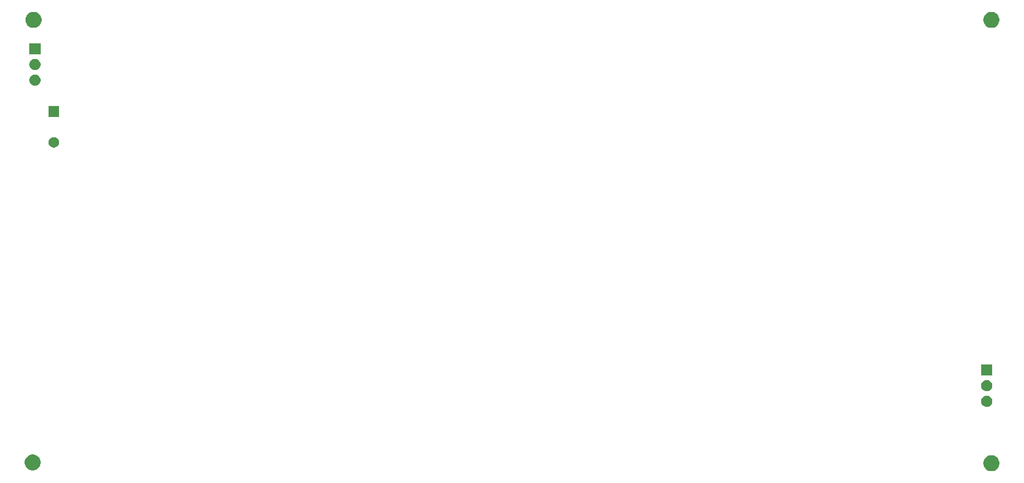
<source format=gbr>
G04 #@! TF.GenerationSoftware,KiCad,Pcbnew,(5.1.5-0-10_14)*
G04 #@! TF.CreationDate,2020-01-02T14:17:50-08:00*
G04 #@! TF.ProjectId,SpectrumAnalyzer,53706563-7472-4756-9d41-6e616c797a65,rev?*
G04 #@! TF.SameCoordinates,Original*
G04 #@! TF.FileFunction,Soldermask,Bot*
G04 #@! TF.FilePolarity,Negative*
%FSLAX46Y46*%
G04 Gerber Fmt 4.6, Leading zero omitted, Abs format (unit mm)*
G04 Created by KiCad (PCBNEW (5.1.5-0-10_14)) date 2020-01-02 14:17:50*
%MOMM*%
%LPD*%
G04 APERTURE LIST*
%ADD10C,0.100000*%
G04 APERTURE END LIST*
D10*
G36*
X220978487Y-148481996D02*
G01*
X221215253Y-148580068D01*
X221215255Y-148580069D01*
X221428339Y-148722447D01*
X221609553Y-148903661D01*
X221751932Y-149116747D01*
X221850004Y-149353513D01*
X221900000Y-149604861D01*
X221900000Y-149861139D01*
X221850004Y-150112487D01*
X221804537Y-150222253D01*
X221751931Y-150349255D01*
X221609553Y-150562339D01*
X221428339Y-150743553D01*
X221215255Y-150885931D01*
X221215254Y-150885932D01*
X221215253Y-150885932D01*
X220978487Y-150984004D01*
X220727139Y-151034000D01*
X220470861Y-151034000D01*
X220219513Y-150984004D01*
X219982747Y-150885932D01*
X219982746Y-150885932D01*
X219982745Y-150885931D01*
X219769661Y-150743553D01*
X219588447Y-150562339D01*
X219446069Y-150349255D01*
X219393463Y-150222253D01*
X219347996Y-150112487D01*
X219298000Y-149861139D01*
X219298000Y-149604861D01*
X219347996Y-149353513D01*
X219446068Y-149116747D01*
X219588447Y-148903661D01*
X219769661Y-148722447D01*
X219982745Y-148580069D01*
X219982747Y-148580068D01*
X220219513Y-148481996D01*
X220470861Y-148432000D01*
X220727139Y-148432000D01*
X220978487Y-148481996D01*
G37*
G36*
X65530487Y-148354996D02*
G01*
X65767253Y-148453068D01*
X65767255Y-148453069D01*
X65980339Y-148595447D01*
X66161553Y-148776661D01*
X66246412Y-148903661D01*
X66303932Y-148989747D01*
X66402004Y-149226513D01*
X66452000Y-149477861D01*
X66452000Y-149734139D01*
X66402004Y-149985487D01*
X66349398Y-150112488D01*
X66303931Y-150222255D01*
X66161553Y-150435339D01*
X65980339Y-150616553D01*
X65767255Y-150758931D01*
X65767254Y-150758932D01*
X65767253Y-150758932D01*
X65530487Y-150857004D01*
X65279139Y-150907000D01*
X65022861Y-150907000D01*
X64771513Y-150857004D01*
X64534747Y-150758932D01*
X64534746Y-150758932D01*
X64534745Y-150758931D01*
X64321661Y-150616553D01*
X64140447Y-150435339D01*
X63998069Y-150222255D01*
X63952602Y-150112488D01*
X63899996Y-149985487D01*
X63850000Y-149734139D01*
X63850000Y-149477861D01*
X63899996Y-149226513D01*
X63998068Y-148989747D01*
X64055589Y-148903661D01*
X64140447Y-148776661D01*
X64321661Y-148595447D01*
X64534745Y-148453069D01*
X64534747Y-148453068D01*
X64771513Y-148354996D01*
X65022861Y-148305000D01*
X65279139Y-148305000D01*
X65530487Y-148354996D01*
G37*
G36*
X219950512Y-138803927D02*
G01*
X220099812Y-138833624D01*
X220263784Y-138901544D01*
X220411354Y-139000147D01*
X220536853Y-139125646D01*
X220635456Y-139273216D01*
X220703376Y-139437188D01*
X220738000Y-139611259D01*
X220738000Y-139788741D01*
X220703376Y-139962812D01*
X220635456Y-140126784D01*
X220536853Y-140274354D01*
X220411354Y-140399853D01*
X220263784Y-140498456D01*
X220099812Y-140566376D01*
X219950512Y-140596073D01*
X219925742Y-140601000D01*
X219748258Y-140601000D01*
X219723488Y-140596073D01*
X219574188Y-140566376D01*
X219410216Y-140498456D01*
X219262646Y-140399853D01*
X219137147Y-140274354D01*
X219038544Y-140126784D01*
X218970624Y-139962812D01*
X218936000Y-139788741D01*
X218936000Y-139611259D01*
X218970624Y-139437188D01*
X219038544Y-139273216D01*
X219137147Y-139125646D01*
X219262646Y-139000147D01*
X219410216Y-138901544D01*
X219574188Y-138833624D01*
X219723488Y-138803927D01*
X219748258Y-138799000D01*
X219925742Y-138799000D01*
X219950512Y-138803927D01*
G37*
G36*
X219950512Y-136263927D02*
G01*
X220099812Y-136293624D01*
X220263784Y-136361544D01*
X220411354Y-136460147D01*
X220536853Y-136585646D01*
X220635456Y-136733216D01*
X220703376Y-136897188D01*
X220738000Y-137071259D01*
X220738000Y-137248741D01*
X220703376Y-137422812D01*
X220635456Y-137586784D01*
X220536853Y-137734354D01*
X220411354Y-137859853D01*
X220263784Y-137958456D01*
X220099812Y-138026376D01*
X219950512Y-138056073D01*
X219925742Y-138061000D01*
X219748258Y-138061000D01*
X219723488Y-138056073D01*
X219574188Y-138026376D01*
X219410216Y-137958456D01*
X219262646Y-137859853D01*
X219137147Y-137734354D01*
X219038544Y-137586784D01*
X218970624Y-137422812D01*
X218936000Y-137248741D01*
X218936000Y-137071259D01*
X218970624Y-136897188D01*
X219038544Y-136733216D01*
X219137147Y-136585646D01*
X219262646Y-136460147D01*
X219410216Y-136361544D01*
X219574188Y-136293624D01*
X219723488Y-136263927D01*
X219748258Y-136259000D01*
X219925742Y-136259000D01*
X219950512Y-136263927D01*
G37*
G36*
X220738000Y-135521000D02*
G01*
X218936000Y-135521000D01*
X218936000Y-133719000D01*
X220738000Y-133719000D01*
X220738000Y-135521000D01*
G37*
G36*
X68828228Y-96891703D02*
G01*
X68983100Y-96955853D01*
X69122481Y-97048985D01*
X69241015Y-97167519D01*
X69334147Y-97306900D01*
X69398297Y-97461772D01*
X69431000Y-97626184D01*
X69431000Y-97793816D01*
X69398297Y-97958228D01*
X69334147Y-98113100D01*
X69241015Y-98252481D01*
X69122481Y-98371015D01*
X68983100Y-98464147D01*
X68828228Y-98528297D01*
X68663816Y-98561000D01*
X68496184Y-98561000D01*
X68331772Y-98528297D01*
X68176900Y-98464147D01*
X68037519Y-98371015D01*
X67918985Y-98252481D01*
X67825853Y-98113100D01*
X67761703Y-97958228D01*
X67729000Y-97793816D01*
X67729000Y-97626184D01*
X67761703Y-97461772D01*
X67825853Y-97306900D01*
X67918985Y-97167519D01*
X68037519Y-97048985D01*
X68176900Y-96955853D01*
X68331772Y-96891703D01*
X68496184Y-96859000D01*
X68663816Y-96859000D01*
X68828228Y-96891703D01*
G37*
G36*
X69431000Y-93561000D02*
G01*
X67729000Y-93561000D01*
X67729000Y-91859000D01*
X69431000Y-91859000D01*
X69431000Y-93561000D01*
G37*
G36*
X65620112Y-86733927D02*
G01*
X65769412Y-86763624D01*
X65933384Y-86831544D01*
X66080954Y-86930147D01*
X66206453Y-87055646D01*
X66305056Y-87203216D01*
X66372976Y-87367188D01*
X66407600Y-87541259D01*
X66407600Y-87718741D01*
X66372976Y-87892812D01*
X66305056Y-88056784D01*
X66206453Y-88204354D01*
X66080954Y-88329853D01*
X65933384Y-88428456D01*
X65769412Y-88496376D01*
X65620112Y-88526073D01*
X65595342Y-88531000D01*
X65417858Y-88531000D01*
X65393088Y-88526073D01*
X65243788Y-88496376D01*
X65079816Y-88428456D01*
X64932246Y-88329853D01*
X64806747Y-88204354D01*
X64708144Y-88056784D01*
X64640224Y-87892812D01*
X64605600Y-87718741D01*
X64605600Y-87541259D01*
X64640224Y-87367188D01*
X64708144Y-87203216D01*
X64806747Y-87055646D01*
X64932246Y-86930147D01*
X65079816Y-86831544D01*
X65243788Y-86763624D01*
X65393088Y-86733927D01*
X65417858Y-86729000D01*
X65595342Y-86729000D01*
X65620112Y-86733927D01*
G37*
G36*
X65620112Y-84193927D02*
G01*
X65769412Y-84223624D01*
X65933384Y-84291544D01*
X66080954Y-84390147D01*
X66206453Y-84515646D01*
X66305056Y-84663216D01*
X66372976Y-84827188D01*
X66407600Y-85001259D01*
X66407600Y-85178741D01*
X66372976Y-85352812D01*
X66305056Y-85516784D01*
X66206453Y-85664354D01*
X66080954Y-85789853D01*
X65933384Y-85888456D01*
X65769412Y-85956376D01*
X65620112Y-85986073D01*
X65595342Y-85991000D01*
X65417858Y-85991000D01*
X65393088Y-85986073D01*
X65243788Y-85956376D01*
X65079816Y-85888456D01*
X64932246Y-85789853D01*
X64806747Y-85664354D01*
X64708144Y-85516784D01*
X64640224Y-85352812D01*
X64605600Y-85178741D01*
X64605600Y-85001259D01*
X64640224Y-84827188D01*
X64708144Y-84663216D01*
X64806747Y-84515646D01*
X64932246Y-84390147D01*
X65079816Y-84291544D01*
X65243788Y-84223624D01*
X65393088Y-84193927D01*
X65417858Y-84189000D01*
X65595342Y-84189000D01*
X65620112Y-84193927D01*
G37*
G36*
X66407600Y-83451000D02*
G01*
X64605600Y-83451000D01*
X64605600Y-81649000D01*
X66407600Y-81649000D01*
X66407600Y-83451000D01*
G37*
G36*
X220978487Y-76599996D02*
G01*
X221215253Y-76698068D01*
X221215255Y-76698069D01*
X221428339Y-76840447D01*
X221609553Y-77021661D01*
X221751932Y-77234747D01*
X221850004Y-77471513D01*
X221900000Y-77722861D01*
X221900000Y-77979139D01*
X221850004Y-78230487D01*
X221751932Y-78467253D01*
X221751931Y-78467255D01*
X221609553Y-78680339D01*
X221428339Y-78861553D01*
X221215255Y-79003931D01*
X221215254Y-79003932D01*
X221215253Y-79003932D01*
X220978487Y-79102004D01*
X220727139Y-79152000D01*
X220470861Y-79152000D01*
X220219513Y-79102004D01*
X219982747Y-79003932D01*
X219982746Y-79003932D01*
X219982745Y-79003931D01*
X219769661Y-78861553D01*
X219588447Y-78680339D01*
X219446069Y-78467255D01*
X219446068Y-78467253D01*
X219347996Y-78230487D01*
X219298000Y-77979139D01*
X219298000Y-77722861D01*
X219347996Y-77471513D01*
X219446068Y-77234747D01*
X219588447Y-77021661D01*
X219769661Y-76840447D01*
X219982745Y-76698069D01*
X219982747Y-76698068D01*
X220219513Y-76599996D01*
X220470861Y-76550000D01*
X220727139Y-76550000D01*
X220978487Y-76599996D01*
G37*
G36*
X65657487Y-76599996D02*
G01*
X65894253Y-76698068D01*
X65894255Y-76698069D01*
X66107339Y-76840447D01*
X66288553Y-77021661D01*
X66430932Y-77234747D01*
X66529004Y-77471513D01*
X66579000Y-77722861D01*
X66579000Y-77979139D01*
X66529004Y-78230487D01*
X66430932Y-78467253D01*
X66430931Y-78467255D01*
X66288553Y-78680339D01*
X66107339Y-78861553D01*
X65894255Y-79003931D01*
X65894254Y-79003932D01*
X65894253Y-79003932D01*
X65657487Y-79102004D01*
X65406139Y-79152000D01*
X65149861Y-79152000D01*
X64898513Y-79102004D01*
X64661747Y-79003932D01*
X64661746Y-79003932D01*
X64661745Y-79003931D01*
X64448661Y-78861553D01*
X64267447Y-78680339D01*
X64125069Y-78467255D01*
X64125068Y-78467253D01*
X64026996Y-78230487D01*
X63977000Y-77979139D01*
X63977000Y-77722861D01*
X64026996Y-77471513D01*
X64125068Y-77234747D01*
X64267447Y-77021661D01*
X64448661Y-76840447D01*
X64661745Y-76698069D01*
X64661747Y-76698068D01*
X64898513Y-76599996D01*
X65149861Y-76550000D01*
X65406139Y-76550000D01*
X65657487Y-76599996D01*
G37*
M02*

</source>
